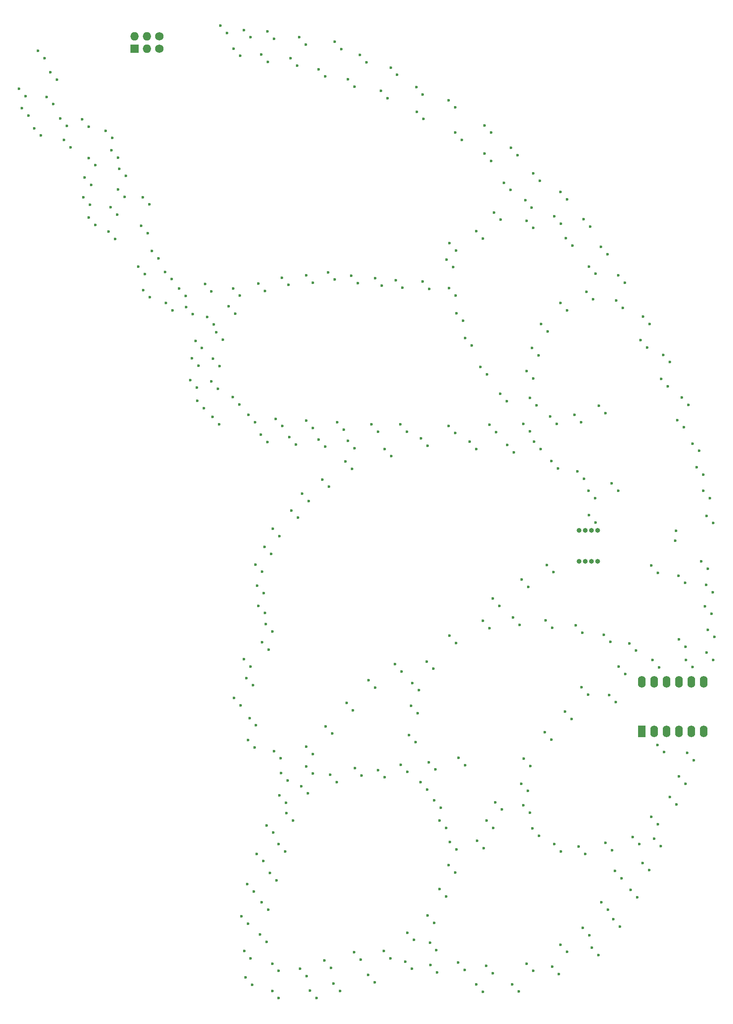
<source format=gbr>
%TF.GenerationSoftware,KiCad,Pcbnew,(6.99.0-3809-g2741d0eb4b)*%
%TF.CreationDate,2022-10-25T09:35:27-04:00*%
%TF.ProjectId,PortWing,506f7274-5769-46e6-972e-6b696361645f,rev?*%
%TF.SameCoordinates,Original*%
%TF.FileFunction,Soldermask,Bot*%
%TF.FilePolarity,Negative*%
%FSLAX46Y46*%
G04 Gerber Fmt 4.6, Leading zero omitted, Abs format (unit mm)*
G04 Created by KiCad (PCBNEW (6.99.0-3809-g2741d0eb4b)) date 2022-10-25 09:35:27*
%MOMM*%
%LPD*%
G01*
G04 APERTURE LIST*
%ADD10C,0.600000*%
%ADD11O,1.000000X1.000000*%
%ADD12R,1.600000X2.400000*%
%ADD13O,1.600000X2.400000*%
%ADD14C,1.727200*%
%ADD15O,1.727200X1.727200*%
%ADD16R,1.727200X1.727200*%
G04 APERTURE END LIST*
D10*
%TO.C,D213*%
X52245401Y-38557279D03*
X53595401Y-40057279D03*
%TD*%
%TO.C,D37*%
X128745401Y-177657279D03*
X130095401Y-179157279D03*
%TD*%
%TO.C,D94*%
X100045401Y-119457279D03*
X101395401Y-120957279D03*
%TD*%
%TO.C,D241*%
X84604294Y-66030886D03*
X85954294Y-67530886D03*
%TD*%
%TO.C,D199*%
X39954294Y-13980886D03*
X41304294Y-15480886D03*
%TD*%
%TO.C,D102*%
X71704294Y-133430886D03*
X73054294Y-134930886D03*
%TD*%
%TO.C,D78*%
X104504294Y-143530886D03*
X105854294Y-145030886D03*
%TD*%
%TO.C,D216*%
X53645401Y-42330886D03*
X54995401Y-43830886D03*
%TD*%
%TO.C,D30*%
X141604294Y-158030886D03*
X142954294Y-159530886D03*
%TD*%
%TO.C,D82*%
X105654294Y-161780886D03*
X107004294Y-163280886D03*
%TD*%
%TO.C,D153*%
X157545401Y-70357279D03*
X158895401Y-71857279D03*
%TD*%
D11*
%TO.C,J1*%
X134284293Y-88200885D03*
X134284293Y-94550885D03*
X135554293Y-88200885D03*
X135554293Y-94550885D03*
X136824293Y-88200885D03*
X136824293Y-94550885D03*
X138094293Y-88200885D03*
X138094293Y-94550885D03*
%TD*%
D10*
%TO.C,D12*%
X134754294Y-120380886D03*
X136104294Y-121880886D03*
%TD*%
%TO.C,D47*%
X94204294Y-174480886D03*
X95554294Y-175980886D03*
%TD*%
%TO.C,D45*%
X99054294Y-170680886D03*
X100404294Y-172180886D03*
%TD*%
%TO.C,D233*%
X109104294Y-43630886D03*
X110454294Y-45130886D03*
%TD*%
%TO.C,D253*%
X59145401Y-52957279D03*
X60495401Y-54457279D03*
%TD*%
%TO.C,D107*%
X65504294Y-114630886D03*
X66854294Y-116130886D03*
%TD*%
%TO.C,D152*%
X154404294Y-65530886D03*
X155754294Y-67030886D03*
%TD*%
%TO.C,D196*%
X28554294Y-8080886D03*
X29904294Y-9580886D03*
%TD*%
%TO.C,D159*%
X138704294Y-30030886D03*
X140054294Y-31530886D03*
%TD*%
%TO.C,D85*%
X115304294Y-147730886D03*
X116654294Y-149230886D03*
%TD*%
%TO.C,D53*%
X77004294Y-178130886D03*
X78354294Y-179630886D03*
%TD*%
%TO.C,D20*%
X134204294Y-153030886D03*
X135554294Y-154530886D03*
%TD*%
%TO.C,D206*%
X33654294Y-23980886D03*
X35004294Y-25480886D03*
%TD*%
%TO.C,D251*%
X54504294Y-57380886D03*
X55854294Y-58880886D03*
%TD*%
%TO.C,D170*%
X114854294Y-5080886D03*
X116204294Y-6580886D03*
%TD*%
%TO.C,D165*%
X130404294Y-18780886D03*
X131754294Y-20280886D03*
%TD*%
%TO.C,D116*%
X77404294Y-80630886D03*
X78754294Y-82130886D03*
%TD*%
%TO.C,D119*%
X107504294Y-66730886D03*
X108854294Y-68230886D03*
%TD*%
%TO.C,D62*%
X70804294Y-158430886D03*
X72154294Y-159930886D03*
%TD*%
%TO.C,D249*%
X59104294Y-64930886D03*
X60454294Y-66430886D03*
%TD*%
%TO.C,D86*%
X117104294Y-143930886D03*
X118454294Y-145430886D03*
%TD*%
%TO.C,D44*%
X103645401Y-172757279D03*
X104995401Y-174257279D03*
%TD*%
%TO.C,D14*%
X127245401Y-129557279D03*
X128595401Y-131057279D03*
%TD*%
%TO.C,D76*%
X103404294Y-135730886D03*
X104754294Y-137230886D03*
%TD*%
%TO.C,D68*%
X77304294Y-140630886D03*
X78654294Y-142130886D03*
%TD*%
%TO.C,D66*%
X74254294Y-146180886D03*
X75604294Y-147680886D03*
%TD*%
%TO.C,D163*%
X123504294Y-24630886D03*
X124854294Y-26130886D03*
%TD*%
%TO.C,D61*%
X66145401Y-160757279D03*
X67495401Y-162257279D03*
%TD*%
%TO.C,D195*%
X32354294Y-3880886D03*
X33704294Y-5380886D03*
%TD*%
%TO.C,D115*%
X75254294Y-84080886D03*
X76604294Y-85580886D03*
%TD*%
%TO.C,D96*%
X99404294Y-130130886D03*
X100754294Y-131630886D03*
%TD*%
%TO.C,D227*%
X102145401Y-37157279D03*
X103495401Y-38657279D03*
%TD*%
%TO.C,D9*%
X144604294Y-111330886D03*
X145954294Y-112830886D03*
%TD*%
%TO.C,D124*%
X125045401Y-69957279D03*
X126395401Y-71457279D03*
%TD*%
%TO.C,D70*%
X78254294Y-136580886D03*
X79604294Y-138080886D03*
%TD*%
%TO.C,D198*%
X38354294Y-10180886D03*
X39704294Y-11680886D03*
%TD*%
%TO.C,D226*%
X96645401Y-36857279D03*
X97995401Y-38357279D03*
%TD*%
%TO.C,D92*%
X107654294Y-109780886D03*
X109004294Y-111280886D03*
%TD*%
%TO.C,D125*%
X128604294Y-73930886D03*
X129954294Y-75430886D03*
%TD*%
%TO.C,D230*%
X113204294Y-26830886D03*
X114554294Y-28330886D03*
%TD*%
%TO.C,D120*%
X111845401Y-69957279D03*
X113195401Y-71457279D03*
%TD*%
%TO.C,D100*%
X82245401Y-128357279D03*
X83595401Y-129857279D03*
%TD*%
%TO.C,D74*%
X97704294Y-136230886D03*
X99054294Y-137730886D03*
%TD*%
%TO.C,D3*%
X160045401Y-103757279D03*
X161395401Y-105257279D03*
%TD*%
%TO.C,D228*%
X107045401Y-32657279D03*
X108395401Y-34157279D03*
%TD*%
%TO.C,D72*%
X88304294Y-136930886D03*
X89654294Y-138430886D03*
%TD*%
%TO.C,D98*%
X91104294Y-118930886D03*
X92454294Y-120430886D03*
%TD*%
%TO.C,D190*%
X25004294Y769114D03*
X26354294Y-730886D03*
%TD*%
%TO.C,D193*%
X22454294Y-5680886D03*
X23804294Y-7180886D03*
%TD*%
%TO.C,D54*%
X71304294Y-182630886D03*
X72654294Y-184130886D03*
%TD*%
%TO.C,D22*%
X145245401Y-151057279D03*
X146595401Y-152557279D03*
%TD*%
%TO.C,D154*%
X158345401Y-75257279D03*
X159695401Y-76757279D03*
%TD*%
%TO.C,D239*%
X86304294Y-74030886D03*
X87654294Y-75530886D03*
%TD*%
%TO.C,D81*%
X107504294Y-156830886D03*
X108854294Y-158330886D03*
%TD*%
%TO.C,D242*%
X80845401Y-69504493D03*
X82195401Y-71004493D03*
%TD*%
%TO.C,D48*%
X88104294Y-174730886D03*
X89454294Y-176230886D03*
%TD*%
%TO.C,D135*%
X136304294Y-85030886D03*
X137654294Y-86530886D03*
%TD*%
%TO.C,D79*%
X105654294Y-147680886D03*
X107004294Y-149180886D03*
%TD*%
%TO.C,D10*%
X142404294Y-116130886D03*
X143754294Y-117630886D03*
%TD*%
%TO.C,D128*%
X140904294Y-78530886D03*
X142254294Y-80030886D03*
%TD*%
%TO.C,D237*%
X94345401Y-71457279D03*
X95695401Y-72957279D03*
%TD*%
%TO.C,D21*%
X139645401Y-152257279D03*
X140995401Y-153757279D03*
%TD*%
%TO.C,D164*%
X123204294Y-20430886D03*
X124554294Y-21930886D03*
%TD*%
%TO.C,D246*%
X66404294Y-64457279D03*
X67754294Y-65957279D03*
%TD*%
%TO.C,D185*%
X65504294Y14469114D03*
X66854294Y12969114D03*
%TD*%
%TO.C,D197*%
X37154294Y-6180886D03*
X38504294Y-7680886D03*
%TD*%
%TO.C,D11*%
X140404294Y-121930886D03*
X141754294Y-123430886D03*
%TD*%
%TO.C,D28*%
X149645401Y-151457279D03*
X150995401Y-152957279D03*
%TD*%
%TO.C,D220*%
X68504294Y-37530886D03*
X69854294Y-39030886D03*
%TD*%
%TO.C,D8*%
X149345401Y-114757279D03*
X150695401Y-116257279D03*
%TD*%
%TO.C,D2*%
X159304294Y-94530886D03*
X160654294Y-96030886D03*
%TD*%
%TO.C,D129*%
X154125005Y-88290937D03*
X154018939Y-90306191D03*
%TD*%
%TO.C,D158*%
X136304294Y-34030886D03*
X137654294Y-35530886D03*
%TD*%
%TO.C,D59*%
X65004294Y-167330886D03*
X66354294Y-168830886D03*
%TD*%
%TO.C,D248*%
X63204294Y-60830886D03*
X64554294Y-62330886D03*
%TD*%
%TO.C,D252*%
X58804294Y-57630886D03*
X60154294Y-59130886D03*
%TD*%
%TO.C,D167*%
X118845401Y-16857279D03*
X120195401Y-18357279D03*
%TD*%
%TO.C,D238*%
X91704294Y-66430886D03*
X93054294Y-67930886D03*
%TD*%
%TO.C,D4*%
X160645401Y-108557279D03*
X161995401Y-110057279D03*
%TD*%
%TO.C,D137*%
X133345401Y-64457279D03*
X134695401Y-65957279D03*
%TD*%
%TO.C,D139*%
X124204294Y-61030886D03*
X125554294Y-62530886D03*
%TD*%
%TO.C,D121*%
X115854294Y-66480886D03*
X117204294Y-67980886D03*
%TD*%
%TO.C,D31*%
X144804294Y-161930886D03*
X146154294Y-163430886D03*
%TD*%
%TO.C,D187*%
X60704294Y15369114D03*
X62054294Y13869114D03*
%TD*%
%TO.C,D182*%
X75104294Y8669114D03*
X76454294Y7169114D03*
%TD*%
%TO.C,D250*%
X55954294Y-61580886D03*
X57304294Y-63080886D03*
%TD*%
%TO.C,D123*%
X122845401Y-66357279D03*
X124195401Y-67857279D03*
%TD*%
%TO.C,D243*%
X78254294Y-65680886D03*
X79604294Y-67180886D03*
%TD*%
%TO.C,D247*%
X69004294Y-68530886D03*
X70354294Y-70030886D03*
%TD*%
%TO.C,D113*%
X69704294Y-91530886D03*
X71054294Y-93030886D03*
%TD*%
%TO.C,D245*%
X72054294Y-65280886D03*
X73404294Y-66780886D03*
%TD*%
%TO.C,D26*%
X156404294Y-133830886D03*
X157754294Y-135330886D03*
%TD*%
%TO.C,D39*%
X120554294Y-181280886D03*
X121904294Y-182780886D03*
%TD*%
%TO.C,D105*%
X63445401Y-122557279D03*
X64795401Y-124057279D03*
%TD*%
%TO.C,D209*%
X46654294Y-30880886D03*
X48004294Y-32380886D03*
%TD*%
%TO.C,D210*%
X43845401Y-34057279D03*
X45195401Y-35557279D03*
%TD*%
%TO.C,D192*%
X19954294Y-1580886D03*
X21304294Y-3080886D03*
%TD*%
%TO.C,D57*%
X65545401Y-174457279D03*
X66895401Y-175957279D03*
%TD*%
%TO.C,D244*%
X74804294Y-69030886D03*
X76154294Y-70530886D03*
%TD*%
%TO.C,D171*%
X108854294Y-6580886D03*
X110204294Y-8080886D03*
%TD*%
%TO.C,D63*%
X68104294Y-154530886D03*
X69454294Y-156030886D03*
%TD*%
%TO.C,D136*%
X128304294Y-64830886D03*
X129654294Y-66330886D03*
%TD*%
%TO.C,D219*%
X63304294Y-38530886D03*
X64654294Y-40030886D03*
%TD*%
%TO.C,D93*%
X103045401Y-115057279D03*
X104395401Y-116557279D03*
%TD*%
%TO.C,D134*%
X116545401Y-102157279D03*
X117895401Y-103657279D03*
%TD*%
%TO.C,D17*%
X122854294Y-144580886D03*
X124204294Y-146080886D03*
%TD*%
%TO.C,D34*%
X135004294Y-169730886D03*
X136354294Y-171230886D03*
%TD*%
%TO.C,D177*%
X89304294Y9369114D03*
X90654294Y7869114D03*
%TD*%
%TO.C,D88*%
X133545401Y-107657279D03*
X134895401Y-109157279D03*
%TD*%
%TO.C,D84*%
X113354294Y-151880886D03*
X114704294Y-153380886D03*
%TD*%
%TO.C,D240*%
X86804294Y-69830886D03*
X88154294Y-71330886D03*
%TD*%
%TO.C,D90*%
X120745401Y-106057279D03*
X122095401Y-107557279D03*
%TD*%
%TO.C,D126*%
X133954294Y-76080886D03*
X135304294Y-77580886D03*
%TD*%
%TO.C,D229*%
X107704294Y-29230886D03*
X109054294Y-30730886D03*
%TD*%
%TO.C,D109*%
X70004294Y-107430886D03*
X71354294Y-108930886D03*
%TD*%
%TO.C,D87*%
X139345401Y-109557279D03*
X140695401Y-111057279D03*
%TD*%
%TO.C,D189*%
X23254294Y10219114D03*
X24604294Y8719114D03*
%TD*%
%TO.C,D24*%
X152845401Y-142857279D03*
X154195401Y-144357279D03*
%TD*%
%TO.C,D256*%
X59804294Y-47530886D03*
X61154294Y-49030886D03*
%TD*%
%TO.C,D207*%
X37754294Y-26880886D03*
X39104294Y-28380886D03*
%TD*%
%TO.C,D95*%
X99754294Y-124180886D03*
X101104294Y-125680886D03*
%TD*%
%TO.C,D106*%
X66045401Y-118457279D03*
X67395401Y-119957279D03*
%TD*%
%TO.C,D208*%
X44445401Y-25704493D03*
X45795401Y-27204493D03*
%TD*%
%TO.C,D205*%
X38154294Y-21880886D03*
X39504294Y-23380886D03*
%TD*%
%TO.C,D77*%
X109504294Y-134830886D03*
X110854294Y-136330886D03*
%TD*%
%TO.C,D215*%
X57504294Y-37630886D03*
X58854294Y-39130886D03*
%TD*%
%TO.C,D19*%
X129204294Y-152530886D03*
X130554294Y-154030886D03*
%TD*%
%TO.C,D168*%
X120254294Y-9680886D03*
X121604294Y-11180886D03*
%TD*%
%TO.C,D49*%
X90954294Y-179380886D03*
X92304294Y-180880886D03*
%TD*%
%TO.C,D52*%
X79054294Y-182580886D03*
X80404294Y-184080886D03*
%TD*%
%TO.C,D186*%
X63404294Y10669114D03*
X64754294Y9169114D03*
%TD*%
%TO.C,D103*%
X66354294Y-131180886D03*
X67704294Y-132680886D03*
%TD*%
%TO.C,D89*%
X127404294Y-106630886D03*
X128754294Y-108130886D03*
%TD*%
%TO.C,D183*%
X69045401Y9442721D03*
X70395401Y7942721D03*
%TD*%
%TO.C,D222*%
X78304294Y-35830886D03*
X79654294Y-37330886D03*
%TD*%
%TO.C,D156*%
X160404294Y-85180886D03*
X161754294Y-86680886D03*
%TD*%
%TO.C,D147*%
X147345401Y-44357279D03*
X148695401Y-45857279D03*
%TD*%
%TO.C,D71*%
X83204294Y-138280886D03*
X84554294Y-139780886D03*
%TD*%
%TO.C,D56*%
X65804294Y-179880886D03*
X67154294Y-181380886D03*
%TD*%
%TO.C,D235*%
X114054294Y-54680886D03*
X115404294Y-56180886D03*
%TD*%
%TO.C,D27*%
X150345401Y-132157279D03*
X151695401Y-133657279D03*
%TD*%
%TO.C,D133*%
X122445401Y-98257279D03*
X123795401Y-99757279D03*
%TD*%
%TO.C,D144*%
X130445401Y-41557279D03*
X131795401Y-43057279D03*
%TD*%
%TO.C,D73*%
X93004294Y-137330886D03*
X94354294Y-138830886D03*
%TD*%
%TO.C,D176*%
X93604294Y1969114D03*
X94954294Y469114D03*
%TD*%
%TO.C,D254*%
X54854294Y-52880886D03*
X56204294Y-54380886D03*
%TD*%
%TO.C,D174*%
X100854294Y2719114D03*
X102204294Y1219114D03*
%TD*%
%TO.C,D97*%
X96504294Y-115630886D03*
X97854294Y-117130886D03*
%TD*%
%TO.C,D6*%
X154745401Y-110557279D03*
X156095401Y-112057279D03*
%TD*%
%TO.C,D146*%
X141904294Y-41030886D03*
X143254294Y-42530886D03*
%TD*%
%TO.C,D67*%
X72804294Y-142530886D03*
X74154294Y-144030886D03*
%TD*%
%TO.C,D150*%
X151104294Y-57130886D03*
X152454294Y-58630886D03*
%TD*%
D12*
%TO.C,J14*%
X147154293Y-129380885D03*
D13*
X149694293Y-129380885D03*
X152234293Y-129380885D03*
X154774293Y-129380885D03*
X157314293Y-129380885D03*
X159854293Y-129380885D03*
X159854293Y-119220885D03*
X157314293Y-119220885D03*
X154774293Y-119220885D03*
X152234293Y-119220885D03*
X149694293Y-119220885D03*
X147154293Y-119220885D03*
%TD*%
D10*
%TO.C,D15*%
X122904294Y-135030886D03*
X124254294Y-136530886D03*
%TD*%
%TO.C,D202*%
X32554294Y-19880886D03*
X33904294Y-21380886D03*
%TD*%
%TO.C,D118*%
X101854294Y-69280886D03*
X103204294Y-70780886D03*
%TD*%
%TO.C,D80*%
X107754294Y-152080886D03*
X109104294Y-153580886D03*
%TD*%
%TO.C,D221*%
X73304294Y-36330886D03*
X74654294Y-37830886D03*
%TD*%
%TO.C,D13*%
X131404294Y-125330886D03*
X132754294Y-126830886D03*
%TD*%
%TO.C,D155*%
X159745401Y-80057279D03*
X161095401Y-81557279D03*
%TD*%
%TO.C,D217*%
X58004294Y-44430886D03*
X59354294Y-45930886D03*
%TD*%
%TO.C,D141*%
X123504294Y-55530886D03*
X124854294Y-57030886D03*
%TD*%
%TO.C,D203*%
X39704294Y-18230886D03*
X41054294Y-19730886D03*
%TD*%
%TO.C,D65*%
X70154294Y-148680886D03*
X71504294Y-150180886D03*
%TD*%
%TO.C,D36*%
X130445401Y-173157279D03*
X131795401Y-174657279D03*
%TD*%
%TO.C,D145*%
X135804294Y-39230886D03*
X137154294Y-40730886D03*
%TD*%
%TO.C,D29*%
X147254294Y-156380886D03*
X148604294Y-157880886D03*
%TD*%
%TO.C,D101*%
X78304294Y-132530886D03*
X79654294Y-134030886D03*
%TD*%
%TO.C,D173*%
X101004294Y-2280886D03*
X102354294Y-3780886D03*
%TD*%
%TO.C,D223*%
X82804294Y-35230886D03*
X84154294Y-36730886D03*
%TD*%
%TO.C,D23*%
X149045401Y-146957279D03*
X150395401Y-148457279D03*
%TD*%
%TO.C,D138*%
X138304294Y-62630886D03*
X139654294Y-64130886D03*
%TD*%
%TO.C,D46*%
X98604294Y-176630886D03*
X99954294Y-178130886D03*
%TD*%
%TO.C,D108*%
X69204294Y-111130886D03*
X70554294Y-112630886D03*
%TD*%
%TO.C,D172*%
X107504294Y69114D03*
X108854294Y-1430886D03*
%TD*%
%TO.C,D166*%
X124845401Y-14957279D03*
X126195401Y-16457279D03*
%TD*%
%TO.C,D132*%
X127645401Y-95257279D03*
X128995401Y-96757279D03*
%TD*%
%TO.C,D55*%
X71304294Y-177030886D03*
X72654294Y-178530886D03*
%TD*%
%TO.C,D211*%
X44845401Y-38857279D03*
X46195401Y-40357279D03*
%TD*%
%TO.C,D50*%
X83904294Y-181130886D03*
X85254294Y-182630886D03*
%TD*%
%TO.C,D214*%
X49504294Y-41530886D03*
X50854294Y-43030886D03*
%TD*%
%TO.C,D60*%
X69145401Y-164457279D03*
X70495401Y-165957279D03*
%TD*%
%TO.C,D231*%
X116845401Y-22957279D03*
X118195401Y-24457279D03*
%TD*%
%TO.C,D179*%
X84145401Y12042721D03*
X85495401Y10542721D03*
%TD*%
%TO.C,D33*%
X141304294Y-167930886D03*
X142654294Y-169430886D03*
%TD*%
%TO.C,D232*%
X107545401Y-38457279D03*
X108895401Y-39957279D03*
%TD*%
%TO.C,D169*%
X114845401Y-10857279D03*
X116195401Y-12357279D03*
%TD*%
%TO.C,D212*%
X49304294Y-35130886D03*
X50654294Y-36630886D03*
%TD*%
%TO.C,D224*%
X87504294Y-35930886D03*
X88854294Y-37430886D03*
%TD*%
%TO.C,D5*%
X160445401Y-113257279D03*
X161795401Y-114757279D03*
%TD*%
%TO.C,D201*%
X32854294Y-15780886D03*
X34204294Y-17280886D03*
%TD*%
%TO.C,D43*%
X103804294Y-177330886D03*
X105154294Y-178830886D03*
%TD*%
%TO.C,D160*%
X131545401Y-28257279D03*
X132895401Y-29757279D03*
%TD*%
%TO.C,D175*%
X95604294Y6769114D03*
X96954294Y5269114D03*
%TD*%
%TO.C,D234*%
X110904294Y-48730886D03*
X112254294Y-50230886D03*
%TD*%
%TO.C,D114*%
X71404294Y-87830886D03*
X72754294Y-89330886D03*
%TD*%
%TO.C,D151*%
X155304294Y-60930886D03*
X156654294Y-62430886D03*
%TD*%
%TO.C,D140*%
X118104294Y-60130886D03*
X119454294Y-61630886D03*
%TD*%
%TO.C,D180*%
X80804294Y6419114D03*
X82154294Y4919114D03*
%TD*%
%TO.C,D149*%
X151545401Y-52157279D03*
X152895401Y-53657279D03*
%TD*%
%TO.C,D16*%
X122404294Y-140130886D03*
X123754294Y-141630886D03*
%TD*%
%TO.C,D122*%
X119504294Y-70630886D03*
X120854294Y-72130886D03*
%TD*%
%TO.C,D255*%
X55554294Y-49280886D03*
X56904294Y-50780886D03*
%TD*%
%TO.C,D157*%
X142304294Y-35830886D03*
X143654294Y-37330886D03*
%TD*%
%TO.C,D91*%
X114504294Y-106730886D03*
X115854294Y-108230886D03*
%TD*%
%TO.C,D58*%
X68845401Y-171057279D03*
X70195401Y-172557279D03*
%TD*%
%TO.C,D104*%
X66645401Y-126657279D03*
X67995401Y-128157279D03*
%TD*%
D14*
%TO.C,X1*%
X48154294Y10629114D03*
X48154294Y13169114D03*
D15*
X45614293Y10629113D03*
X45614293Y13169113D03*
D16*
X43074293Y10629113D03*
D15*
X43074293Y13169113D03*
%TD*%
D10*
%TO.C,D41*%
X113204294Y-181330886D03*
X114554294Y-182830886D03*
%TD*%
%TO.C,D51*%
X82004294Y-176430886D03*
X83354294Y-177930886D03*
%TD*%
%TO.C,D40*%
X115204294Y-177530886D03*
X116554294Y-179030886D03*
%TD*%
%TO.C,D117*%
X81604294Y-77730886D03*
X82954294Y-79230886D03*
%TD*%
%TO.C,D142*%
X124604294Y-50780886D03*
X125954294Y-52280886D03*
%TD*%
%TO.C,D218*%
X62404294Y-42230886D03*
X63754294Y-43730886D03*
%TD*%
%TO.C,D42*%
X109445401Y-176857279D03*
X110795401Y-178357279D03*
%TD*%
%TO.C,D161*%
X135145401Y-24357279D03*
X136495401Y-25857279D03*
%TD*%
%TO.C,D194*%
X27854294Y-3680886D03*
X29204294Y-5180886D03*
%TD*%
%TO.C,D188*%
X25804294Y5769114D03*
X27154294Y4269114D03*
%TD*%
%TO.C,D83*%
X103145401Y-167157279D03*
X104495401Y-168657279D03*
%TD*%
%TO.C,D184*%
X70304294Y14169114D03*
X71654294Y12669114D03*
%TD*%
%TO.C,D1*%
X160345401Y-99357279D03*
X161695401Y-100857279D03*
%TD*%
%TO.C,D130*%
X154645401Y-97457279D03*
X155995401Y-98957279D03*
%TD*%
%TO.C,D200*%
X33654294Y-11780886D03*
X35004294Y-13280886D03*
%TD*%
%TO.C,D35*%
X136845401Y-173757279D03*
X138195401Y-175257279D03*
%TD*%
%TO.C,D236*%
X97604294Y-66430886D03*
X98954294Y-67930886D03*
%TD*%
%TO.C,D7*%
X156204294Y-114730886D03*
X157554294Y-116230886D03*
%TD*%
%TO.C,D143*%
X126445401Y-45857279D03*
X127795401Y-47357279D03*
%TD*%
%TO.C,D18*%
X124704294Y-149330886D03*
X126054294Y-150830886D03*
%TD*%
%TO.C,D110*%
X68504294Y-103630886D03*
X69854294Y-105130886D03*
%TD*%
%TO.C,D178*%
X86804294Y4369114D03*
X88154294Y2869114D03*
%TD*%
%TO.C,D127*%
X136204294Y-80030886D03*
X137554294Y-81530886D03*
%TD*%
%TO.C,D112*%
X67904294Y-95180886D03*
X69254294Y-96680886D03*
%TD*%
%TO.C,D25*%
X154745401Y-138657279D03*
X156095401Y-140157279D03*
%TD*%
%TO.C,D99*%
X86545401Y-123557279D03*
X87895401Y-125057279D03*
%TD*%
%TO.C,D131*%
X149054294Y-95380886D03*
X150404294Y-96880886D03*
%TD*%
%TO.C,D111*%
X68204294Y-99530886D03*
X69554294Y-101030886D03*
%TD*%
%TO.C,D148*%
X146904294Y-49130886D03*
X148254294Y-50630886D03*
%TD*%
%TO.C,D75*%
X101745401Y-139857279D03*
X103095401Y-141357279D03*
%TD*%
%TO.C,D38*%
X123504294Y-177030886D03*
X124854294Y-178530886D03*
%TD*%
%TO.C,D191*%
X19345401Y2419114D03*
X20695401Y919114D03*
%TD*%
%TO.C,D64*%
X72645401Y-152557279D03*
X73995401Y-154057279D03*
%TD*%
%TO.C,D225*%
X92404294Y-36430886D03*
X93754294Y-37930886D03*
%TD*%
%TO.C,D181*%
X76854294Y13019114D03*
X78204294Y11519114D03*
%TD*%
%TO.C,D204*%
X44745401Y-19804493D03*
X46095401Y-21304493D03*
%TD*%
%TO.C,D32*%
X138854294Y-164480886D03*
X140204294Y-165980886D03*
%TD*%
%TO.C,D69*%
X73154294Y-137980886D03*
X74504294Y-139480886D03*
%TD*%
%TO.C,D162*%
X129204294Y-23730886D03*
X130554294Y-25230886D03*
%TD*%
M02*

</source>
